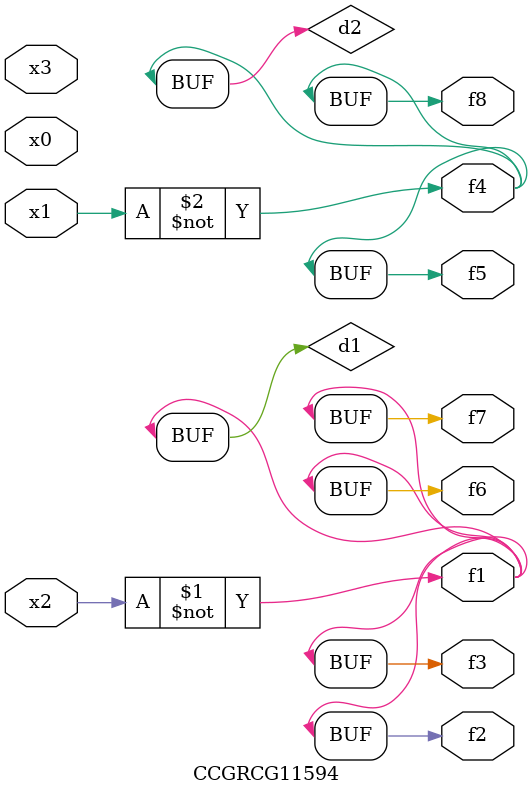
<source format=v>
module CCGRCG11594(
	input x0, x1, x2, x3,
	output f1, f2, f3, f4, f5, f6, f7, f8
);

	wire d1, d2;

	xnor (d1, x2);
	not (d2, x1);
	assign f1 = d1;
	assign f2 = d1;
	assign f3 = d1;
	assign f4 = d2;
	assign f5 = d2;
	assign f6 = d1;
	assign f7 = d1;
	assign f8 = d2;
endmodule

</source>
